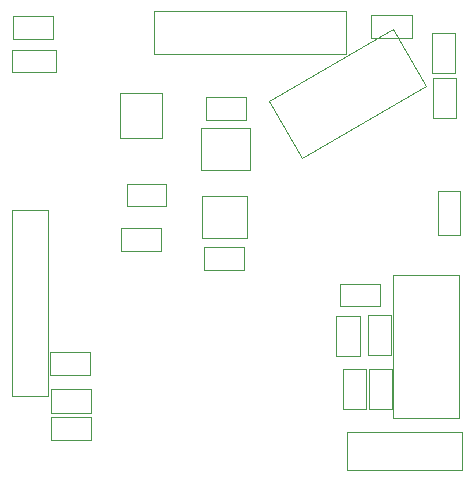
<source format=gbr>
G04 #@! TF.GenerationSoftware,KiCad,Pcbnew,5.1.7-a382d34a8~88~ubuntu18.04.1*
G04 #@! TF.CreationDate,2021-12-09T23:06:50+05:30*
G04 #@! TF.ProjectId,FrontEnd_switch_Normal_v2,46726f6e-7445-46e6-945f-737769746368,rev?*
G04 #@! TF.SameCoordinates,Original*
G04 #@! TF.FileFunction,Other,User*
%FSLAX46Y46*%
G04 Gerber Fmt 4.6, Leading zero omitted, Abs format (unit mm)*
G04 Created by KiCad (PCBNEW 5.1.7-a382d34a8~88~ubuntu18.04.1) date 2021-12-09 23:06:50*
%MOMM*%
%LPD*%
G01*
G04 APERTURE LIST*
%ADD10C,0.050000*%
G04 APERTURE END LIST*
D10*
X112701000Y-93486400D02*
X116921000Y-93486400D01*
X112701000Y-89886400D02*
X112701000Y-93486400D01*
X116921000Y-89886400D02*
X112701000Y-89886400D01*
X116921000Y-93486400D02*
X116921000Y-89886400D01*
X132794000Y-98968100D02*
X132794000Y-95268100D01*
X134694000Y-98968100D02*
X132794000Y-98968100D01*
X134694000Y-95268100D02*
X134694000Y-98968100D01*
X132794000Y-95268100D02*
X134694000Y-95268100D01*
X100435000Y-85178900D02*
X96735000Y-85178900D01*
X100435000Y-83278900D02*
X100435000Y-85178900D01*
X96735000Y-83278900D02*
X100435000Y-83278900D01*
X96735000Y-85178900D02*
X96735000Y-83278900D01*
X116529000Y-87302300D02*
X116529000Y-89202300D01*
X116529000Y-89202300D02*
X113169000Y-89202300D01*
X113169000Y-89202300D02*
X113169000Y-87302300D01*
X113169000Y-87302300D02*
X116529000Y-87302300D01*
X116364000Y-99995000D02*
X116364000Y-101895000D01*
X116364000Y-101895000D02*
X113004000Y-101895000D01*
X113004000Y-101895000D02*
X113004000Y-99995000D01*
X113004000Y-99995000D02*
X116364000Y-99995000D01*
X127880000Y-103099000D02*
X127880000Y-104999000D01*
X127880000Y-104999000D02*
X124520000Y-104999000D01*
X124520000Y-104999000D02*
X124520000Y-103099000D01*
X124520000Y-103099000D02*
X127880000Y-103099000D01*
X132382000Y-85663600D02*
X134282000Y-85663600D01*
X134282000Y-85663600D02*
X134282000Y-89023600D01*
X134282000Y-89023600D02*
X132382000Y-89023600D01*
X132382000Y-89023600D02*
X132382000Y-85663600D01*
X109803000Y-94635300D02*
X109803000Y-96535300D01*
X109803000Y-96535300D02*
X106443000Y-96535300D01*
X106443000Y-96535300D02*
X106443000Y-94635300D01*
X106443000Y-94635300D02*
X109803000Y-94635300D01*
X103358000Y-110812000D02*
X99958000Y-110812000D01*
X103358000Y-108852000D02*
X103358000Y-110812000D01*
X99958000Y-108852000D02*
X103358000Y-108852000D01*
X99958000Y-110812000D02*
X99958000Y-108852000D01*
X103455000Y-116299000D02*
X100055000Y-116299000D01*
X103455000Y-114339000D02*
X103455000Y-116299000D01*
X100055000Y-114339000D02*
X103455000Y-114339000D01*
X100055000Y-116299000D02*
X100055000Y-114339000D01*
X130567000Y-82267600D02*
X127167000Y-82267600D01*
X130567000Y-80307600D02*
X130567000Y-82267600D01*
X127167000Y-80307600D02*
X130567000Y-80307600D01*
X127167000Y-82267600D02*
X127167000Y-80307600D01*
X109355000Y-100324500D02*
X105955000Y-100324500D01*
X109355000Y-98364500D02*
X109355000Y-100324500D01*
X105955000Y-98364500D02*
X109355000Y-98364500D01*
X105955000Y-100324500D02*
X105955000Y-98364500D01*
X126680000Y-110284000D02*
X126680000Y-113684000D01*
X124720000Y-110284000D02*
X126680000Y-110284000D01*
X124720000Y-113684000D02*
X124720000Y-110284000D01*
X126680000Y-113684000D02*
X124720000Y-113684000D01*
X124194000Y-109241000D02*
X124194000Y-105841000D01*
X126154000Y-109241000D02*
X124194000Y-109241000D01*
X126154000Y-105841000D02*
X126154000Y-109241000D01*
X124194000Y-105841000D02*
X126154000Y-105841000D01*
X128892000Y-110324000D02*
X128892000Y-113724000D01*
X126932000Y-110324000D02*
X128892000Y-110324000D01*
X126932000Y-113724000D02*
X126932000Y-110324000D01*
X128892000Y-113724000D02*
X126932000Y-113724000D01*
X126866000Y-109117000D02*
X126866000Y-105717000D01*
X128826000Y-109117000D02*
X126866000Y-109117000D01*
X128826000Y-105717000D02*
X128826000Y-109117000D01*
X126866000Y-105717000D02*
X128826000Y-105717000D01*
X103437000Y-114002000D02*
X100037000Y-114002000D01*
X103437000Y-112042000D02*
X103437000Y-114002000D01*
X100037000Y-112042000D02*
X103437000Y-112042000D01*
X100037000Y-114002000D02*
X100037000Y-112042000D01*
X132253000Y-85281200D02*
X132253000Y-81881200D01*
X134213000Y-85281200D02*
X132253000Y-85281200D01*
X134213000Y-81881200D02*
X134213000Y-85281200D01*
X132253000Y-81881200D02*
X134213000Y-81881200D01*
X100191000Y-82374300D02*
X96791000Y-82374300D01*
X100191000Y-80414300D02*
X100191000Y-82374300D01*
X96791000Y-80414300D02*
X100191000Y-80414300D01*
X96791000Y-82374300D02*
X96791000Y-80414300D01*
X125023000Y-83633700D02*
X125023000Y-80033700D01*
X108723000Y-83633700D02*
X125023000Y-83633700D01*
X108723000Y-80033700D02*
X108723000Y-83633700D01*
X125023000Y-80033700D02*
X108723000Y-80033700D01*
X125054000Y-115682000D02*
X125054000Y-118882000D01*
X125054000Y-118882000D02*
X134854000Y-118882000D01*
X134854000Y-118882000D02*
X134854000Y-115682000D01*
X134854000Y-115682000D02*
X125054000Y-115682000D01*
X105855000Y-90756800D02*
X105855000Y-86956800D01*
X105855000Y-86956800D02*
X109455000Y-86956800D01*
X109455000Y-86956800D02*
X109455000Y-90756800D01*
X109455000Y-90756800D02*
X105855000Y-90756800D01*
X112855000Y-95631900D02*
X112855000Y-99231900D01*
X112855000Y-99231900D02*
X116655000Y-99231900D01*
X116655000Y-99231900D02*
X116655000Y-95631900D01*
X116655000Y-95631900D02*
X112855000Y-95631900D01*
X134596000Y-114451000D02*
X134596000Y-102351000D01*
X128996000Y-114451000D02*
X134596000Y-114451000D01*
X128996000Y-102351000D02*
X128996000Y-114451000D01*
X134596000Y-102351000D02*
X128996000Y-102351000D01*
X118479309Y-87589329D02*
X121279309Y-92439071D01*
X121279309Y-92439071D02*
X131758216Y-86389071D01*
X131758216Y-86389071D02*
X128958216Y-81539329D01*
X128958216Y-81539329D02*
X118479309Y-87589329D01*
X99744000Y-96856000D02*
X96696000Y-96856000D01*
X99744000Y-112604000D02*
X99744000Y-96856000D01*
X96696000Y-112604000D02*
X99744000Y-112604000D01*
X96696000Y-96856000D02*
X96696000Y-112604000D01*
M02*

</source>
